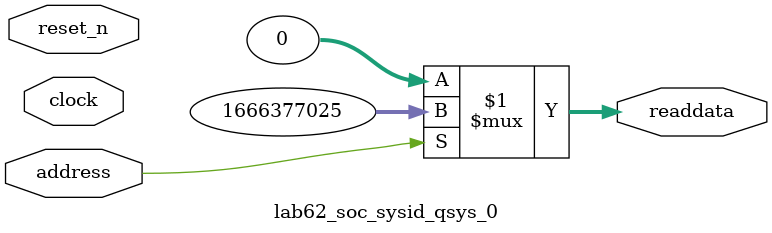
<source format=v>



// synthesis translate_off
`timescale 1ns / 1ps
// synthesis translate_on

// turn off superfluous verilog processor warnings 
// altera message_level Level1 
// altera message_off 10034 10035 10036 10037 10230 10240 10030 

module lab62_soc_sysid_qsys_0 (
               // inputs:
                address,
                clock,
                reset_n,

               // outputs:
                readdata
             )
;

  output  [ 31: 0] readdata;
  input            address;
  input            clock;
  input            reset_n;

  wire    [ 31: 0] readdata;
  //control_slave, which is an e_avalon_slave
  assign readdata = address ? 1666377025 : 0;

endmodule



</source>
